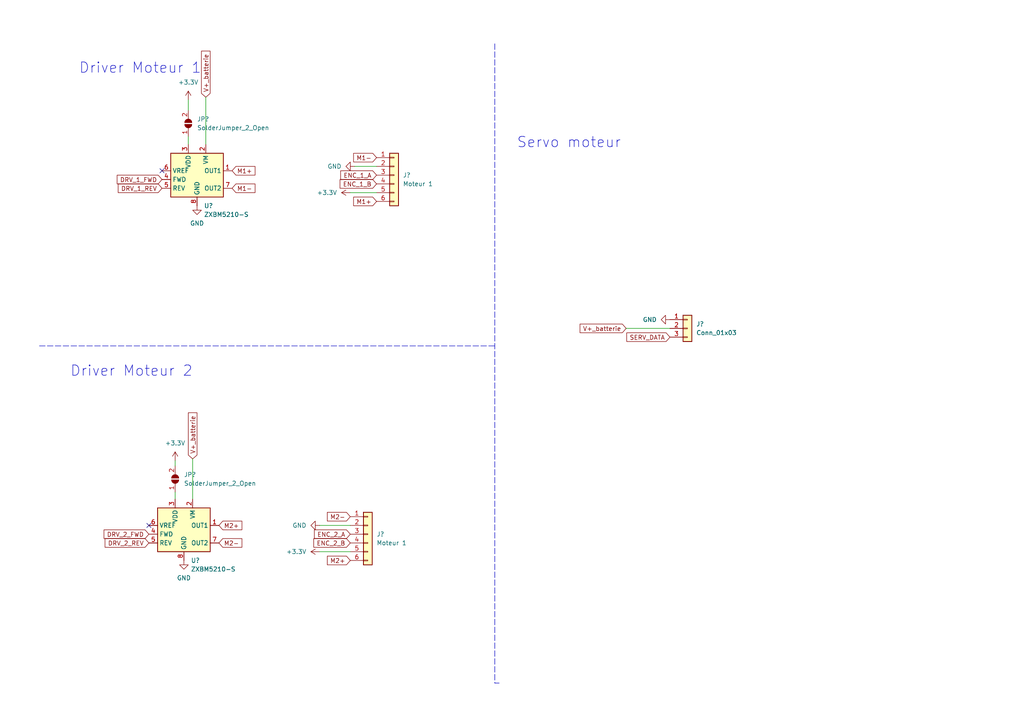
<source format=kicad_sch>
(kicad_sch (version 20211123) (generator eeschema)
  (paper "A4")
  (lib_symbols
    (symbol "Connector_Generic:Conn_01x03" (pin_names (offset 1.016) hide)
      (property "Reference" "J" (at 0 5.08 0))
      (property "Value" "Conn_01x03" (at 0 -5.08 0))
      (symbol "Conn_01x03_1_1"
        (rectangle (start -1.27 -2.413) (end 0 -2.667) (stroke (width 0.1524)))
        (rectangle (start -1.27 0.127) (end 0 -0.127) (stroke (width 0.1524)))
        (rectangle (start -1.27 2.667) (end 0 2.413) (stroke (width 0.1524)))
        (rectangle (start -1.27 3.81) (end 1.27 -3.81) (stroke (width 0.254)) (fill (type background)))
        (pin passive line (at -5.08 2.54 0) (length 3.81) (name "Pin_1") (number "1"))
        (pin passive line (at -5.08 0 0) (length 3.81) (name "Pin_2") (number "2"))
        (pin passive line (at -5.08 -2.54 0) (length 3.81) (name "Pin_3") (number "3"))
      )
    )
    (symbol "Connector_Generic:Conn_01x06" (pin_names (offset 1.016) hide)
      (property "Reference" "J" (at 0 7.62 0))
      (property "Value" "Conn_01x06" (at 0 -10.16 0))
      (symbol "Conn_01x06_1_1"
        (rectangle (start -1.27 -7.493) (end 0 -7.747) (stroke (width 0.1524)))
        (rectangle (start -1.27 -4.953) (end 0 -5.207) (stroke (width 0.1524)))
        (rectangle (start -1.27 -2.413) (end 0 -2.667) (stroke (width 0.1524)))
        (rectangle (start -1.27 0.127) (end 0 -0.127) (stroke (width 0.1524)))
        (rectangle (start -1.27 2.667) (end 0 2.413) (stroke (width 0.1524)))
        (rectangle (start -1.27 5.207) (end 0 4.953) (stroke (width 0.1524)))
        (rectangle (start -1.27 6.35) (end 1.27 -8.89) (stroke (width 0.254)) (fill (type background)))
        (pin passive line (at -5.08 5.08 0) (length 3.81) (name "Pin_1") (number "1"))
        (pin passive line (at -5.08 2.54 0) (length 3.81) (name "Pin_2") (number "2"))
        (pin passive line (at -5.08 0 0) (length 3.81) (name "Pin_3") (number "3"))
        (pin passive line (at -5.08 -2.54 0) (length 3.81) (name "Pin_4") (number "4"))
        (pin passive line (at -5.08 -5.08 0) (length 3.81) (name "Pin_5") (number "5"))
        (pin passive line (at -5.08 -7.62 0) (length 3.81) (name "Pin_6") (number "6"))
      )
    )
    (symbol "Driver_Motor:ZXBM5210-S"
      (property "Reference" "U" (at -7.62 8.89 0))
      (property "Value" "ZXBM5210-S" (at 10.16 8.89 0))
      (symbol "ZXBM5210-S_0_0"
        (pin output line (at 10.16 2.54 180) (length 2.54) (name "OUT1") (number "1"))
        (pin power_in line (at 2.54 10.16 270) (length 2.54) (name "VM") (number "2"))
        (pin power_in line (at -2.54 10.16 270) (length 2.54) (name "VDD") (number "3"))
        (pin input line (at -10.16 0 0) (length 2.54) (name "FWD") (number "4"))
        (pin input line (at -10.16 -2.54 0) (length 2.54) (name "REV") (number "5"))
        (pin input line (at -10.16 2.54 0) (length 2.54) (name "VREF") (number "6"))
        (pin output line (at 10.16 -2.54 180) (length 2.54) (name "OUT2") (number "7"))
        (pin power_in line (at 0 -7.62 90) (length 2.54) (name "GND") (number "8"))
      )
      (symbol "ZXBM5210-S_0_1"
        (rectangle (start -7.62 7.62) (end 7.62 -5.08) (stroke (width 0.254)) (fill (type background)))
      )
    )
    (symbol "Jumper:SolderJumper_2_Open" (pin_names (offset 0) hide)
      (property "Reference" "JP" (at 0 2.032 0))
      (property "Value" "SolderJumper_2_Open" (at 0 -2.54 0))
      (symbol "SolderJumper_2_Open_0_1"
        (arc (start -0.254 1.016) (mid -1.27 0) (end -0.254 -1.016))
        (arc (start -0.254 1.016) (mid -1.27 0) (end -0.254 -1.016) (fill (type outline)))
        (polyline (pts (xy -0.254 1.016) (xy -0.254 -1.016)))
        (polyline (pts (xy 0.254 1.016) (xy 0.254 -1.016)))
        (arc (start 0.254 -1.016) (mid 1.27 0) (end 0.254 1.016))
        (arc (start 0.254 -1.016) (mid 1.27 0) (end 0.254 1.016) (fill (type outline)))
      )
      (symbol "SolderJumper_2_Open_1_1"
        (pin passive line (at -3.81 0 0) (length 2.54) (name "A") (number "1"))
        (pin passive line (at 3.81 0 180) (length 2.54) (name "B") (number "2"))
      )
    )
    (symbol "power:+3.3V" (power) (pin_names (offset 0))
      (property "Value" "+3.3V" (at 0 3.556 0))
      (symbol "+3.3V_0_1"
        (polyline (pts (xy -0.762 1.27) (xy 0 2.54)))
        (polyline (pts (xy 0 0) (xy 0 2.54)))
        (polyline (pts (xy 0 2.54) (xy 0.762 1.27)))
      )
      (symbol "+3.3V_1_1"
        (pin power_in line (at 0 0 90) (length 0) hide (name "+3.3V") (number "1"))
      )
    )
    (symbol "power:GND" (power) (pin_names (offset 0))
      (property "Value" "GND" (at 0 -3.81 0))
      (symbol "GND_0_1"
        (polyline (pts (xy 0 0) (xy 0 -1.27) (xy 1.27 -1.27) (xy 0 -2.54) (xy -1.27 -1.27) (xy 0 -1.27)))
      )
      (symbol "GND_1_1"
        (pin power_in line (at 0 0 270) (length 0) hide (name "GND") (number "1"))
      )
    )
  )
  (no_connect (at 46.99 49.53))
  (no_connect (at 43.18 152.4))
  (wire (pts (xy 181.61 95.25) (xy 194.31 95.25)))
  (wire (pts (xy 101.6 55.88) (xy 109.22 55.88)))
  (wire (pts (xy 50.8 142.748) (xy 50.8 144.78)))
  (wire (pts (xy 92.71 152.4) (xy 101.6 152.4)))
  (wire (pts (xy 102.87 48.26) (xy 109.22 48.26)))
  (wire (pts (xy 59.69 28.194) (xy 59.69 41.91)))
  (polyline (pts (xy 143.51 12.7) (xy 143.51 198.12)))
  (wire (pts (xy 92.71 160.02) (xy 101.6 160.02)))
  (wire (pts (xy 50.8 133.604) (xy 50.8 135.128)))
  (wire (pts (xy 55.88 133.096) (xy 55.88 144.78)))
  (wire (pts (xy 54.61 39.624) (xy 54.61 41.91)))
  (polyline (pts (xy 143.51 198.12) (xy 144.78 198.12)))
  (polyline (pts (xy 11.43 100.33) (xy 143.51 100.33)))
  (wire (pts (xy 54.61 28.956) (xy 54.61 32.004)))
  (text "Servo moteur\n" (at 149.86 43.18 0) (effects (font (size 3 3)) (justify left bottom)))
  (text "Driver Moteur 2\n\n" (at 20.32 114.3 0) (effects (font (size 3 3)) (justify left bottom)))
  (text "Driver Moteur 1\n" (at 22.86 21.59 0) (effects (font (size 3 3)) (justify left bottom)))
  (global_label "ENC_2_B" (shape input) (at 101.6 157.48 180) (property "Intersheet References" "${INTERSHEET_REFS}" (effects hide)))
  (global_label "DRV_2_REV" (shape input) (at 43.18 157.48 180) (property "Intersheet References" "${INTERSHEET_REFS}" (effects hide)))
  (global_label "M1-" (shape input) (at 67.31 54.61 0) (property "Intersheet References" "${INTERSHEET_REFS}" (effects hide)))
  (global_label "M2+" (shape input) (at 63.5 152.4 0) (property "Intersheet References" "${INTERSHEET_REFS}" (effects hide)))
  (global_label "ENC_1_A" (shape input) (at 109.22 50.8 180) (property "Intersheet References" "${INTERSHEET_REFS}" (effects hide)))
  (global_label "SERV_DATA" (shape input) (at 194.31 97.79 180) (property "Intersheet References" "${INTERSHEET_REFS}" (effects hide)))
  (global_label "DRV_1_FWD" (shape input) (at 46.99 52.07 180) (property "Intersheet References" "${INTERSHEET_REFS}" (effects hide)))
  (global_label "M2-" (shape input) (at 101.6 149.86 180) (property "Intersheet References" "${INTERSHEET_REFS}" (effects hide)))
  (global_label "M1+" (shape input) (at 67.31 49.53 0) (property "Intersheet References" "${INTERSHEET_REFS}" (effects hide)))
  (global_label "M1-" (shape input) (at 109.22 45.72 180) (property "Intersheet References" "${INTERSHEET_REFS}" (effects hide)))
  (global_label "DRV_1_REV" (shape input) (at 46.99 54.61 180) (property "Intersheet References" "${INTERSHEET_REFS}" (effects hide)))
  (global_label "ENC_2_A" (shape input) (at 101.6 154.94 180) (property "Intersheet References" "${INTERSHEET_REFS}" (effects hide)))
  (global_label "M2+" (shape input) (at 101.6 162.56 180) (property "Intersheet References" "${INTERSHEET_REFS}" (effects hide)))
  (global_label "DRV_2_FWD" (shape input) (at 43.18 154.94 180) (property "Intersheet References" "${INTERSHEET_REFS}" (effects hide)))
  (global_label "M1+" (shape input) (at 109.22 58.42 180) (property "Intersheet References" "${INTERSHEET_REFS}" (effects hide)))
  (global_label "M2-" (shape input) (at 63.5 157.48 0) (property "Intersheet References" "${INTERSHEET_REFS}" (effects hide)))
  (global_label "V+_batterie" (shape input) (at 181.61 95.25 180) (property "Intersheet References" "${INTERSHEET_REFS}" (effects hide)))
  (global_label "ENC_1_B" (shape input) (at 109.22 53.34 180) (property "Intersheet References" "${INTERSHEET_REFS}" (effects hide)))
  (global_label "V+_batterie" (shape input) (at 59.69 28.194 90) (property "Intersheet References" "${INTERSHEET_REFS}" (effects hide)))
  (global_label "V+_batterie" (shape input) (at 55.88 133.096 90) (property "Intersheet References" "${INTERSHEET_REFS}" (effects hide)))
  (symbol (lib_id "Connector_Generic:Conn_01x06") (at 114.3 50.8 0) (unit 1)
    (property "Reference" "J?" (at 116.84 50.7999 0) (effects (justify left)))
    (property "Value" "Moteur 1" (at 116.84 53.3399 0) (effects (justify left)))
    (property "Footprint" "Connector_JST:JST_XH_B6B-XH-AM_1x06_P2.50mm_Vertical" (effects hide))
  )
  (symbol (lib_id "power:GND") (at 57.15 59.69 0) (unit 1)
    (property "Reference" "#PWR0116" (effects hide))
    (property "Value" "GND" (at 57.15 64.77 0))
  )
  (symbol (lib_id "Driver_Motor:ZXBM5210-S") (at 53.34 154.94 0) (unit 1)
    (property "Reference" "U?" (at 55.3594 162.56 0) (effects (justify left)))
    (property "Value" "ZXBM5210-S" (at 55.3594 165.1 0) (effects (justify left)))
    (property "Footprint" "Package_SO:SOIC-8_3.9x4.9mm_P1.27mm" (effects hide))
    (property "Datasheet" "https://www.diodes.com/assets/Datasheets/ZXBM5210.pdf" (effects hide))
  )
  (symbol (lib_id "power:+3.3V") (at 101.6 55.88 90) (unit 1)
    (property "Reference" "#PWR?" (effects hide))
    (property "Value" "+3.3V" (at 97.79 55.8799 90) (effects (justify left)))
  )
  (symbol (lib_id "Driver_Motor:ZXBM5210-S") (at 57.15 52.07 0) (unit 1)
    (property "Reference" "U?" (at 59.1694 59.69 0) (effects (justify left)))
    (property "Value" "ZXBM5210-S" (at 59.1694 62.23 0) (effects (justify left)))
    (property "Footprint" "Package_SO:SOIC-8_3.9x4.9mm_P1.27mm" (effects hide))
    (property "Datasheet" "https://www.diodes.com/assets/Datasheets/ZXBM5210.pdf" (effects hide))
  )
  (symbol (lib_id "power:+3.3V") (at 92.71 160.02 90) (unit 1)
    (property "Reference" "#PWR?" (effects hide))
    (property "Value" "+3.3V" (at 88.9 160.0199 90) (effects (justify left)))
  )
  (symbol (lib_id "power:GND") (at 102.87 48.26 270) (unit 1)
    (property "Reference" "#PWR?" (effects hide))
    (property "Value" "GND" (at 99.06 48.2599 90) (effects (justify right)))
  )
  (symbol (lib_id "power:+3.3V") (at 54.61 28.956 0) (unit 1)
    (property "Reference" "#PWR0117" (effects hide))
    (property "Value" "+3.3V" (at 54.61 23.876 0))
  )
  (symbol (lib_id "power:GND") (at 92.71 152.4 270) (unit 1)
    (property "Reference" "#PWR?" (effects hide))
    (property "Value" "GND" (at 88.9 152.3999 90) (effects (justify right)))
  )
  (symbol (lib_id "Connector_Generic:Conn_01x06") (at 106.68 154.94 0) (unit 1)
    (property "Reference" "J?" (at 109.22 154.9399 0) (effects (justify left)))
    (property "Value" "Moteur 1" (at 109.22 157.4799 0) (effects (justify left)))
    (property "Footprint" "Connector_JST:JST_XH_B6B-XH-AM_1x06_P2.50mm_Vertical" (effects hide))
  )
  (symbol (lib_id "Connector_Generic:Conn_01x03") (at 199.39 95.25 0) (unit 1)
    (property "Reference" "J?" (at 201.93 93.9799 0) (effects (justify left)))
    (property "Value" "Conn_01x03" (at 201.93 96.5199 0) (effects (justify left)))
    (property "Footprint" "Connector_JST:JST_XH_S3B-XH-A_1x03_P2.50mm_Horizontal" (effects hide))
  )
  (symbol (lib_id "power:GND") (at 194.31 92.71 270) (unit 1)
    (property "Reference" "#PWR?" (effects hide))
    (property "Value" "GND" (at 190.5 92.7099 90) (effects (justify right)))
  )
  (symbol (lib_id "Jumper:SolderJumper_2_Open") (at 50.8 138.938 90) (unit 1)
    (property "Reference" "JP?" (at 53.34 137.6679 90) (effects (justify right)))
    (property "Value" "SolderJumper_2_Open" (at 53.34 140.2079 90) (effects (justify right)))
  )
  (symbol (lib_id "Jumper:SolderJumper_2_Open") (at 54.61 35.814 90) (unit 1)
    (property "Reference" "JP?" (at 57.15 34.5439 90) (effects (justify right)))
    (property "Value" "SolderJumper_2_Open" (at 57.15 37.0839 90) (effects (justify right)))
  )
  (symbol (lib_id "power:GND") (at 53.34 162.56 0) (unit 1)
    (property "Reference" "#PWR0118" (effects hide))
    (property "Value" "GND" (at 53.34 167.64 0))
  )
  (symbol (lib_id "power:+3.3V") (at 50.8 133.604 0) (unit 1)
    (property "Reference" "#PWR0119" (effects hide))
    (property "Value" "+3.3V" (at 50.8 128.524 0))
  )
)
</source>
